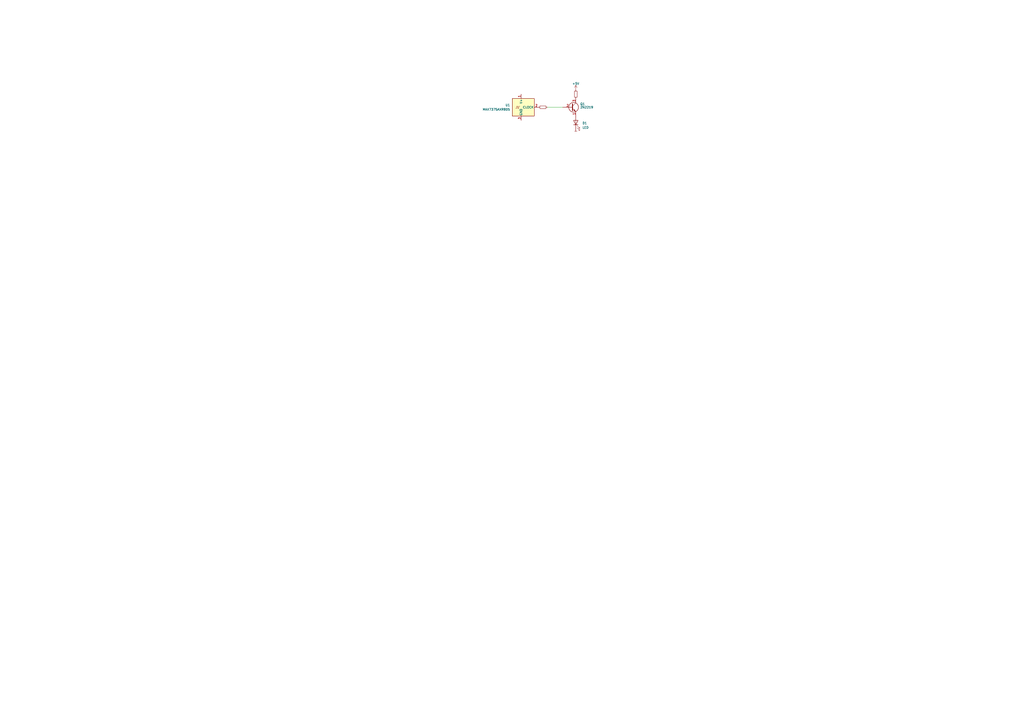
<source format=kicad_sch>
(kicad_sch (version 20230121) (generator eeschema)
  (paper "A2")
  (lib_symbols
    (symbol "Device:LED" (pin_numbers hide) (pin_names (offset 1.016) hide)
      (property "Reference" "D" (at 0 2.54 0))
      (property "Value" "LED" (at 0 -2.54 0))
      (symbol "LED_0_1"
        (polyline (pts (xy -1.27 -1.27) (xy -1.27 1.27)) (stroke (width 0.254)))
        (polyline (pts (xy -1.27 0) (xy 1.27 0)))
        (polyline (pts (xy 1.27 -1.27) (xy 1.27 1.27) (xy -1.27 0) (xy 1.27 -1.27)) (stroke (width 0.254)))
        (polyline (pts (xy -3.048 -0.762) (xy -4.572 -2.286) (xy -3.81 -2.286) (xy -4.572 -2.286) (xy -4.572 -1.524)))
        (polyline (pts (xy -1.778 -0.762) (xy -3.302 -2.286) (xy -2.54 -2.286) (xy -3.302 -2.286) (xy -3.302 -1.524)))
      )
      (symbol "LED_1_1"
        (pin passive line (at -3.81 0 0) (length 2.54) (name "K") (number "1"))
        (pin passive line (at 3.81 0 180) (length 2.54) (name "A") (number "2"))
      )
    )
    (symbol "Device:R_Small" (pin_numbers hide) (pin_names (offset 0.254) hide)
      (property "Reference" "R" (at 0.762 0.508 0))
      (property "Value" "R_Small" (at 0.762 -1.016 0))
      (symbol "R_Small_0_1"
        (rectangle (start -0.762 1.778) (end 0.762 -1.778) (stroke (width 0.2032)))
      )
      (symbol "R_Small_1_1"
        (pin passive line (at 0 2.54 270) (length 0.762) (name "~") (number "1"))
        (pin passive line (at 0 -2.54 90) (length 0.762) (name "~") (number "2"))
      )
    )
    (symbol "Oscillator:MAX7375AXR805" (pin_names (offset 0.254))
      (property "Reference" "U" (at -2.54 6.35 0))
      (property "Value" "MAX7375AXR805" (at 1.27 -6.35 0))
      (symbol "MAX7375AXR805_0_1"
        (rectangle (start -5.08 5.08) (end 7.62 -5.08) (stroke (width 0.254)) (fill (type background)))
        (polyline (pts (xy -3.175 -0.635) (xy -2.54 -0.635) (xy -2.54 0.635) (xy -1.905 0.635) (xy -1.905 -0.635) (xy -1.27 -0.635) (xy -1.27 0.635) (xy -0.635 0.635)))
      )
      (symbol "MAX7375AXR805_1_1"
        (pin power_in line (at 0 7.62 270) (length 2.54) (name "V+") (number "1"))
        (pin output line (at 10.16 0 180) (length 2.54) (name "CLOCK") (number "2"))
        (pin power_in line (at 0 -7.62 90) (length 2.54) (name "GND") (number "3"))
      )
    )
    (symbol "Transistor_BJT:2N2219" (pin_names (offset 0) hide)
      (property "Reference" "Q" (at 5.08 1.905 0))
      (property "Value" "2N2219" (at 5.08 0 0))
      (symbol "2N2219_0_1"
        (polyline (pts (xy 0.635 0.635) (xy 2.54 2.54)))
        (polyline (pts (xy 0.635 -0.635) (xy 2.54 -2.54) (xy 2.54 -2.54)))
        (polyline (pts (xy 0.635 1.905) (xy 0.635 -1.905) (xy 0.635 -1.905)) (stroke (width 0.508)))
        (polyline (pts (xy 1.27 -1.778) (xy 1.778 -1.27) (xy 2.286 -2.286) (xy 1.27 -1.778) (xy 1.27 -1.778)) (fill (type outline)))
        (circle (center 1.27 0) (radius 2.8194) (stroke (width 0.254)))
      )
      (symbol "2N2219_1_1"
        (pin passive line (at 2.54 -5.08 90) (length 2.54) (name "E") (number "1"))
        (pin passive line (at -5.08 0 0) (length 5.715) (name "B") (number "2"))
        (pin passive line (at 2.54 5.08 270) (length 2.54) (name "C") (number "3"))
      )
    )
    (symbol "chip:GND" (power) (pin_numbers hide) (pin_names (offset 0) hide) (in_bom no) (on_board no)
      (property "Value" "GND" (at 0 0 0))
      (symbol "GND_0_1"
        (polyline (pts (xy -1.27 0.762) (xy -1.27 -0.762)))
      )
      (symbol "GND_1_1"
        (pin power_in line (at 0 0 180) (length 1.25) (name "gnd") (number "1"))
      )
    )
    (symbol "power:+5V" (power) (pin_names (offset 0))
      (property "Value" "+5V" (at 0 3.556 0))
      (symbol "+5V_0_1"
        (polyline (pts (xy -0.762 1.27) (xy 0 2.54)))
        (polyline (pts (xy 0 0) (xy 0 2.54)))
        (polyline (pts (xy 0 2.54) (xy 0.762 1.27)))
      )
      (symbol "+5V_1_1"
        (pin power_in line (at 0 0 90) (length 0) hide (name "+5V") (number "1"))
      )
    )
  )
  (wire (pts (xy 326.39 62.23) (xy 317.5 62.23)))
  (symbol (lib_id "Device:R_Small") (at 314.96 62.23 270) (mirror x) (unit 1)
    (property "Reference" "R6" (effects hide))
    (property "Value" "100R" (effects hide))
    (property "Footprint" "KIM-1_Library:R_Axial_DIN0309_100R_L6.3mm_D2.5mm_P12.70mm_Horizontal" (effects hide))
  )
  (symbol (lib_id "Device:R_Small") (at 334.01 54.61 0) (mirror y) (unit 1)
    (property "Reference" "R1" (effects hide))
    (property "Value" "100R" (effects hide))
    (property "Footprint" "KIM-1_Library:R_Axial_DIN0309_100R_L6.3mm_D2.5mm_P12.70mm_Horizontal" (effects hide))
  )
  (symbol (lib_id "Device:LED") (at 334.01 71.12 90) (unit 1)
    (property "Reference" "D1" (at 337.82 71.4375 90) (effects (justify right)))
    (property "Value" "LED" (at 337.82 73.9775 90) (effects (justify right)))
  )
  (symbol (lib_id "Oscillator:MAX7375AXR805") (at 302.26 62.23 0) (unit 1)
    (property "Reference" "U1" (at 295.91 60.96 0) (effects (justify right)))
    (property "Value" "MAX7375AXR805" (at 295.91 63.5 0) (effects (justify right)))
    (property "Footprint" "Package_TO_SOT_SMD:SOT-323_SC-70" (effects hide))
    (property "Datasheet" "https://datasheets.maximintegrated.com/en/ds/MAX7375.pdf" (effects hide))
  )
  (symbol (lib_id "power:+5V") (at 334.01 52.07 0) (unit 1)
    (property "Reference" "#PWR01" (effects hide))
    (property "Value" "+5V" (at 334.01 48.514 0))
  )
  (symbol (lib_id "Transistor_BJT:2N2219") (at 331.47 62.23 0) (unit 1)
    (property "Reference" "Q1" (at 336.55 60.325 0) (effects (justify left)))
    (property "Value" "2N2219" (at 336.55 62.23 0) (effects (justify left)))
    (property "Footprint" "Package_TO_SOT_THT:TO-39-3" (effects hide))
    (property "Datasheet" "http://www.onsemi.com/pub_link/Collateral/2N2219-D.PDF" (effects hide))
  )
  (symbol (lib_id "chip:GND") (at 334.01 74.93 90) (unit 1) (in_bom no) (on_board no)
    (property "Reference" "#GND01" (effects hide))
    (property "Value" "GND" (at 334.01 74.93 0) (effects (font (size 0 0))))
  )
)
</source>
